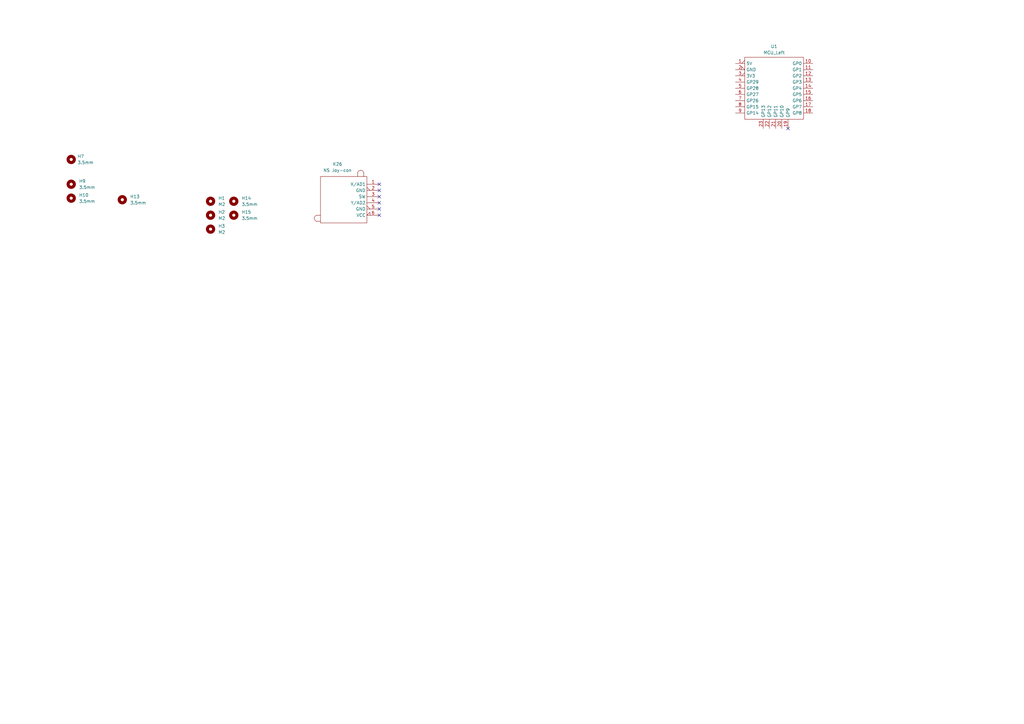
<source format=kicad_sch>
(kicad_sch (version 20230121) (generator eeschema)
  (paper "A3")
  (lib_symbols
    (symbol "DreaM117er_Library:Joystick_NSJoycon"
      (property "Reference" "JE" (at -6.985 13.97 0))
      (property "Value" "NS Joy-con" (at -2.54 11.43 0))
      (symbol "Joystick_NSJoycon_0_1"
        (arc (start -12.065 -7.62) (mid -11.693 -8.518) (end -10.795 -8.89))
        (arc (start -10.795 -6.35) (mid -11.693 -6.722) (end -12.065 -7.62))
        (rectangle (start -9.525 9.525) (end 9.525 -9.525))
        (polyline (pts (xy -10.795 -8.89) (xy -9.525 -8.89)))
        (polyline (pts (xy -10.795 -6.35) (xy -9.525 -6.35)))
        (polyline (pts (xy 5.715 10.795) (xy 5.715 9.525)))
        (polyline (pts (xy 8.255 10.795) (xy 8.255 9.525)))
        (arc (start 6.985 12.065) (mid 6.087 11.693) (end 5.715 10.795))
        (arc (start 8.255 10.795) (mid 7.883 11.693) (end 6.985 12.065))
      )
      (symbol "Joystick_NSJoycon_1_1"
        (pin input line (at 14.605 6.35 180) (length 5.08) (name "X/AD1") (number "1"))
        (pin output output_low (at 14.605 3.81 180) (length 5.08) (name "GND") (number "2"))
        (pin input line (at 14.605 1.27 180) (length 5.08) (name "SW") (number "3"))
        (pin input line (at 14.605 -1.27 180) (length 5.08) (name "Y/AD2") (number "4"))
        (pin output output_low (at 14.605 -3.81 180) (length 5.08) (name "GND") (number "5"))
        (pin input input_low (at 14.605 -6.35 180) (length 5.08) (name "VCC") (number "6"))
      )
    )
    (symbol "DreaM117er_Library:MCU_RP2040_SuperMini" (pin_names (offset 0.635))
      (property "Reference" "U" (at 0 12.7 0))
      (property "Value" "MCU_RP2040_SuperMini" (at 0 10.16 0))
      (symbol "MCU_RP2040_SuperMini_0_1"
        (rectangle (start -12.065 8.89) (end 12.065 -16.51))
      )
      (symbol "MCU_RP2040_SuperMini_1_1"
        (pin passive output_low (at -15.875 6.35 0) (length 3.81) (name "5V") (number "1"))
        (pin passive line (at 15.875 6.35 180) (length 3.81) (name "GP0") (number "10"))
        (pin passive line (at 15.875 3.81 180) (length 3.81) (name "GP1") (number "11"))
        (pin passive line (at 15.875 1.27 180) (length 3.81) (name "GP2") (number "12"))
        (pin passive line (at 15.875 -1.27 180) (length 3.81) (name "GP3") (number "13"))
        (pin passive line (at 15.875 -3.81 180) (length 3.81) (name "GP4") (number "14"))
        (pin passive line (at 15.875 -6.35 180) (length 3.81) (name "GP5") (number "15"))
        (pin passive line (at 15.875 -8.89 180) (length 3.81) (name "GP6") (number "16"))
        (pin passive line (at 15.875 -11.43 180) (length 3.81) (name "GP7") (number "17"))
        (pin passive line (at 15.875 -13.97 180) (length 3.81) (name "GP8") (number "18"))
        (pin passive line (at 5.715 -20.32 90) (length 3.81) (name "GP9") (number "19"))
        (pin passive input_low (at -15.875 3.81 0) (length 3.81) (name "GND") (number "2"))
        (pin passive line (at 3.175 -20.32 90) (length 3.81) (name "GP10") (number "20"))
        (pin passive line (at 0.635 -20.32 90) (length 3.81) (name "GP11") (number "21"))
        (pin passive line (at -1.905 -20.32 90) (length 3.81) (name "GP12") (number "22"))
        (pin passive line (at -4.445 -20.32 90) (length 3.81) (name "GP13") (number "23"))
        (pin passive output_low (at -15.875 1.27 0) (length 3.81) (name "3V3") (number "3"))
        (pin passive line (at -15.875 -1.27 0) (length 3.81) (name "GP29") (number "4"))
        (pin passive line (at -15.875 -3.81 0) (length 3.81) (name "GP28") (number "5"))
        (pin passive line (at -15.875 -6.35 0) (length 3.81) (name "GP27") (number "6"))
        (pin passive line (at -15.875 -8.89 0) (length 3.81) (name "GP26") (number "7"))
        (pin passive line (at -15.875 -11.43 0) (length 3.81) (name "GP15") (number "8"))
        (pin passive line (at -15.875 -13.97 0) (length 3.81) (name "GP14") (number "9"))
      )
    )
    (symbol "Mechanical:MountingHole" (pin_names (offset 1.016))
      (property "Reference" "H" (at 0 5.08 0))
      (property "Value" "MountingHole" (at 0 3.175 0))
      (symbol "MountingHole_0_1"
        (circle (center 0 0) (radius 1.27) (stroke (width 1.27)))
      )
    )
  )
  (no_connect (at 155.575 78.105))
  (no_connect (at 323.215 52.705))
  (no_connect (at 155.575 88.265))
  (no_connect (at 155.575 83.185))
  (no_connect (at 155.575 80.645))
  (no_connect (at 155.575 85.725))
  (no_connect (at 155.575 75.565))
  (symbol (lib_id "Mechanical:MountingHole") (at 29.21 81.28 0) (unit 1)
    (property "Reference" "H10" (at 32.385 80.01 0) (effects (justify left)))
    (property "Value" "3.5mm" (at 32.385 82.55 0) (effects (justify left)))
    (property "Footprint" "MountingHole:MountingHole_2.2mm_M2_DIN965_Pad" (effects hide))
  )
  (symbol (lib_id "Mechanical:MountingHole") (at 95.885 88.265 0) (unit 1)
    (property "Reference" "H15" (at 99.06 86.995 0) (effects (justify left)))
    (property "Value" "3.5mm" (at 99.06 89.535 0) (effects (justify left)))
    (property "Footprint" "MountingHole:MountingHole_2.2mm_M2_DIN965_Pad" (effects hide))
  )
  (symbol (lib_id "DreaM117er_Library:Joystick_NSJoycon") (at 140.97 81.915 0) (unit 1)
    (property "Reference" "K26" (at 138.43 67.31 0))
    (property "Value" "NS Joy-con" (at 138.43 69.85 0))
    (property "Footprint" "DreaM117er-keebLibrary:Joystick_NSJoy-con" (effects hide))
  )
  (symbol (lib_id "Mechanical:MountingHole") (at 86.36 82.55 0) (unit 1)
    (property "Reference" "H1" (at 89.535 81.28 0) (effects (justify left)))
    (property "Value" "M2" (at 89.535 83.82 0) (effects (justify left)))
    (property "Footprint" "MountingHole:MountingHole_2.2mm_M2_DIN965_Pad" (effects hide))
  )
  (symbol (lib_id "Mechanical:MountingHole") (at 95.885 82.55 0) (unit 1)
    (property "Reference" "H14" (at 99.06 81.28 0) (effects (justify left)))
    (property "Value" "3.5mm" (at 99.06 83.82 0) (effects (justify left)))
    (property "Footprint" "MountingHole:MountingHole_2.2mm_M2_DIN965_Pad" (effects hide))
  )
  (symbol (lib_id "Mechanical:MountingHole") (at 29.21 75.565 0) (unit 1)
    (property "Reference" "H9" (at 32.385 74.295 0) (effects (justify left)))
    (property "Value" "3.5mm" (at 32.385 76.835 0) (effects (justify left)))
    (property "Footprint" "MountingHole:MountingHole_2.2mm_M2_DIN965_Pad" (effects hide))
  )
  (symbol (lib_id "DreaM117er_Library:MCU_RP2040_SuperMini") (at 317.5 32.385 0) (unit 1)
    (property "Reference" "U1" (at 317.5 19.05 0))
    (property "Value" "MCU_Left" (at 317.5 21.59 0))
    (property "Footprint" "DreaM117er-keebLibrary:MCU_RP2040SuperMini_SMD" (effects hide))
  )
  (symbol (lib_id "Mechanical:MountingHole") (at 86.36 93.98 0) (unit 1)
    (property "Reference" "H3" (at 89.535 92.71 0) (effects (justify left)))
    (property "Value" "M2" (at 89.535 95.25 0) (effects (justify left)))
    (property "Footprint" "MountingHole:MountingHole_2.2mm_M2_DIN965_Pad" (effects hide))
  )
  (symbol (lib_id "Mechanical:MountingHole") (at 29.21 65.405 0) (unit 1)
    (property "Reference" "H7" (at 31.75 64.135 0) (effects (justify left)))
    (property "Value" "3.5mm" (at 31.75 66.675 0) (effects (justify left)))
    (property "Footprint" "MountingHole:MountingHole_2.2mm_M2_DIN965_Pad" (effects hide))
  )
  (symbol (lib_id "Mechanical:MountingHole") (at 50.165 81.915 0) (unit 1)
    (property "Reference" "H13" (at 53.34 80.645 0) (effects (justify left)))
    (property "Value" "3.5mm" (at 53.34 83.185 0) (effects (justify left)))
    (property "Footprint" "MountingHole:MountingHole_2.2mm_M2_DIN965_Pad" (effects hide))
  )
  (symbol (lib_id "Mechanical:MountingHole") (at 86.36 88.265 0) (unit 1)
    (property "Reference" "H2" (at 89.535 86.995 0) (effects (justify left)))
    (property "Value" "M2" (at 89.535 89.535 0) (effects (justify left)))
    (property "Footprint" "MountingHole:MountingHole_2.2mm_M2_DIN965_Pad" (effects hide))
  )
)
</source>
